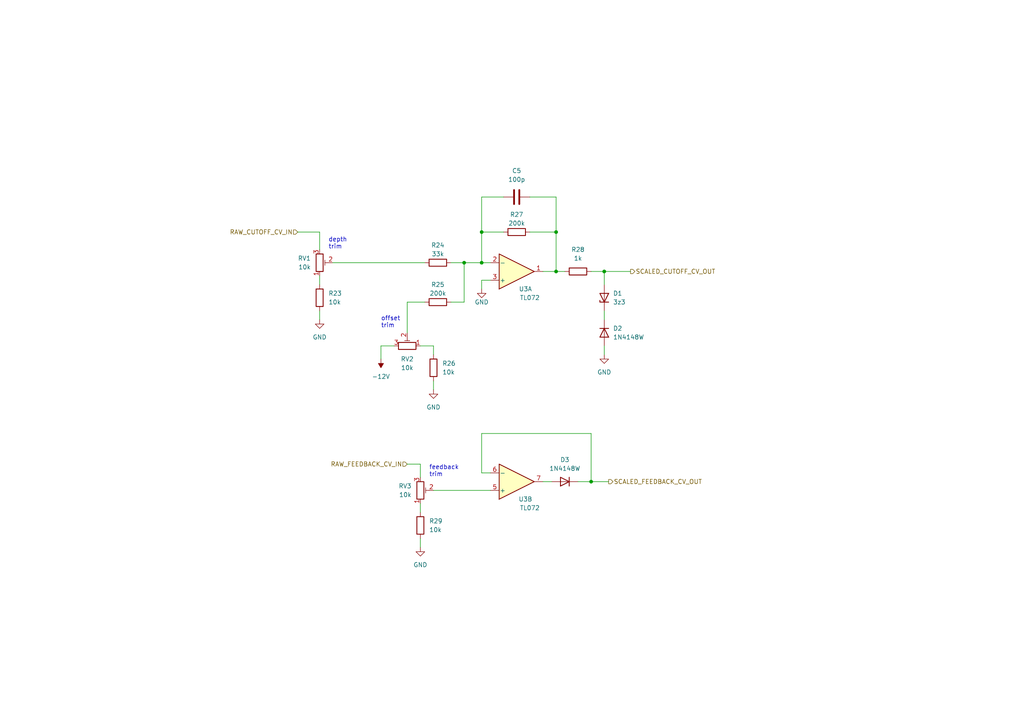
<source format=kicad_sch>
(kicad_sch (version 20211123) (generator eeschema)
  (paper "A4")
  (title_block (title "SSI2140 LPF") (date "2022-05-28") (rev "0") (comment 1 "creativecommons.org/licenses/by/4.0/") (comment 2 "License: CC by 4.0") (comment 3 "Author: Jordan Aceto"))
  (lib_symbols
    (symbol "Amplifier_Operational:TL072" (pin_names (offset 0.127))
      (property "Reference" "U" (at 0 5.08 0))
      (property "Value" "TL072" (at 0 -5.08 0))
      (symbol "TL072_1_1"
        (polyline (pts (xy -5.08 5.08) (xy 5.08 0) (xy -5.08 -5.08) (xy -5.08 5.08)) (stroke (width 0.254)) (fill (type background)))
        (pin output line (at 7.62 0 180) (length 2.54) (name "~") (number "1"))
        (pin input line (at -7.62 -2.54 0) (length 2.54) (name "-") (number "2"))
        (pin input line (at -7.62 2.54 0) (length 2.54) (name "+") (number "3"))
      )
      (symbol "TL072_2_1"
        (polyline (pts (xy -5.08 5.08) (xy 5.08 0) (xy -5.08 -5.08) (xy -5.08 5.08)) (stroke (width 0.254)) (fill (type background)))
        (pin input line (at -7.62 2.54 0) (length 2.54) (name "+") (number "5"))
        (pin input line (at -7.62 -2.54 0) (length 2.54) (name "-") (number "6"))
        (pin output line (at 7.62 0 180) (length 2.54) (name "~") (number "7"))
      )
      (symbol "TL072_3_1"
        (pin power_in line (at -2.54 -7.62 90) (length 3.81) (name "V-") (number "4"))
        (pin power_in line (at -2.54 7.62 270) (length 3.81) (name "V+") (number "8"))
      )
    )
    (symbol "Device:C" (pin_numbers hide) (pin_names (offset 0.254))
      (property "Reference" "C" (at 0.635 2.54 0))
      (property "Value" "C" (at 0.635 -2.54 0))
      (symbol "C_0_1"
        (polyline (pts (xy -2.032 -0.762) (xy 2.032 -0.762)) (stroke (width 0.508)))
        (polyline (pts (xy -2.032 0.762) (xy 2.032 0.762)) (stroke (width 0.508)))
      )
      (symbol "C_1_1"
        (pin passive line (at 0 3.81 270) (length 2.794) (name "~") (number "1"))
        (pin passive line (at 0 -3.81 90) (length 2.794) (name "~") (number "2"))
      )
    )
    (symbol "Device:D_Zener" (pin_numbers hide) (pin_names (offset 1.016) hide)
      (property "Reference" "D" (at 0 2.54 0))
      (property "Value" "D_Zener" (at 0 -2.54 0))
      (symbol "D_Zener_0_1"
        (polyline (pts (xy 1.27 0) (xy -1.27 0)))
        (polyline (pts (xy -1.27 -1.27) (xy -1.27 1.27) (xy -0.762 1.27)) (stroke (width 0.254)))
        (polyline (pts (xy 1.27 -1.27) (xy 1.27 1.27) (xy -1.27 0) (xy 1.27 -1.27)) (stroke (width 0.254)))
      )
      (symbol "D_Zener_1_1"
        (pin passive line (at -3.81 0 0) (length 2.54) (name "K") (number "1"))
        (pin passive line (at 3.81 0 180) (length 2.54) (name "A") (number "2"))
      )
    )
    (symbol "Device:R" (pin_numbers hide) (pin_names (offset 0))
      (property "Reference" "R" (at 2.032 0 90))
      (property "Value" "R" (at 0 0 90))
      (symbol "R_0_1"
        (rectangle (start -1.016 -2.54) (end 1.016 2.54) (stroke (width 0.254)))
      )
      (symbol "R_1_1"
        (pin passive line (at 0 3.81 270) (length 1.27) (name "~") (number "1"))
        (pin passive line (at 0 -3.81 90) (length 1.27) (name "~") (number "2"))
      )
    )
    (symbol "Device:R_Potentiometer_Trim" (pin_names (offset 1.016) hide)
      (property "Reference" "RV" (at -4.445 0 90))
      (property "Value" "R_Potentiometer_Trim" (at -2.54 0 90))
      (symbol "R_Potentiometer_Trim_0_1"
        (polyline (pts (xy 1.524 0.762) (xy 1.524 -0.762)))
        (polyline (pts (xy 2.54 0) (xy 1.524 0)))
        (rectangle (start 1.016 2.54) (end -1.016 -2.54) (stroke (width 0.254)))
      )
      (symbol "R_Potentiometer_Trim_1_1"
        (pin passive line (at 0 3.81 270) (length 1.27) (name "1") (number "1"))
        (pin passive line (at 3.81 0 180) (length 1.27) (name "2") (number "2"))
        (pin passive line (at 0 -3.81 90) (length 1.27) (name "3") (number "3"))
      )
    )
    (symbol "Diode:1N4148W" (pin_numbers hide) (pin_names (offset 1.016) hide)
      (property "Reference" "D" (at 0 2.54 0))
      (property "Value" "1N4148W" (at 0 -2.54 0))
      (symbol "1N4148W_0_1"
        (polyline (pts (xy -1.27 1.27) (xy -1.27 -1.27)) (stroke (width 0.254)))
        (polyline (pts (xy 1.27 0) (xy -1.27 0)))
        (polyline (pts (xy 1.27 1.27) (xy 1.27 -1.27) (xy -1.27 0) (xy 1.27 1.27)) (stroke (width 0.254)))
      )
      (symbol "1N4148W_1_1"
        (pin passive line (at -3.81 0 0) (length 2.54) (name "K") (number "1"))
        (pin passive line (at 3.81 0 180) (length 2.54) (name "A") (number "2"))
      )
    )
    (symbol "power:-12V" (power) (pin_names (offset 0))
      (property "Value" "-12V" (at 0 3.81 0))
      (symbol "-12V_0_0"
        (pin power_in line (at 0 0 90) (length 0) hide (name "-12V") (number "1"))
      )
      (symbol "-12V_0_1"
        (polyline (pts (xy 0 0) (xy 0 1.27) (xy 0.762 1.27) (xy 0 2.54) (xy -0.762 1.27) (xy 0 1.27)) (fill (type outline)))
      )
    )
    (symbol "power:GND" (power) (pin_names (offset 0))
      (property "Value" "GND" (at 0 -3.81 0))
      (symbol "GND_0_1"
        (polyline (pts (xy 0 0) (xy 0 -1.27) (xy 1.27 -1.27) (xy 0 -2.54) (xy -1.27 -1.27) (xy 0 -1.27)))
      )
      (symbol "GND_1_1"
        (pin power_in line (at 0 0 270) (length 0) hide (name "GND") (number "1"))
      )
    )
  )
  (junction (at 161.29 78.74))
  (junction (at 139.7 67.31))
  (junction (at 175.26 78.74))
  (junction (at 134.62 76.2))
  (junction (at 161.29 67.31))
  (junction (at 171.45 139.7))
  (junction (at 139.7 76.2))
  (wire (pts (xy 130.81 76.2) (xy 134.62 76.2)))
  (wire (pts (xy 125.73 100.33) (xy 125.73 102.87)))
  (wire (pts (xy 139.7 76.2) (xy 142.24 76.2)))
  (wire (pts (xy 121.92 146.05) (xy 121.92 148.59)))
  (wire (pts (xy 139.7 67.31) (xy 139.7 76.2)))
  (wire (pts (xy 157.48 139.7) (xy 160.02 139.7)))
  (wire (pts (xy 92.71 80.01) (xy 92.71 82.55)))
  (wire (pts (xy 125.73 142.24) (xy 142.24 142.24)))
  (wire (pts (xy 161.29 67.31) (xy 161.29 57.15)))
  (wire (pts (xy 134.62 87.63) (xy 134.62 76.2)))
  (wire (pts (xy 161.29 67.31) (xy 161.29 78.74)))
  (wire (pts (xy 171.45 139.7) (xy 171.45 125.73)))
  (wire (pts (xy 121.92 134.62) (xy 121.92 138.43)))
  (wire (pts (xy 130.81 87.63) (xy 134.62 87.63)))
  (wire (pts (xy 139.7 81.28) (xy 139.7 83.82)))
  (wire (pts (xy 175.26 100.33) (xy 175.26 102.87)))
  (wire (pts (xy 96.52 76.2) (xy 123.19 76.2)))
  (wire (pts (xy 161.29 78.74) (xy 163.83 78.74)))
  (wire (pts (xy 161.29 67.31) (xy 153.67 67.31)))
  (wire (pts (xy 175.26 78.74) (xy 182.88 78.74)))
  (wire (pts (xy 161.29 57.15) (xy 153.67 57.15)))
  (wire (pts (xy 121.92 156.21) (xy 121.92 158.75)))
  (wire (pts (xy 92.71 72.39) (xy 92.71 67.31)))
  (wire (pts (xy 146.05 67.31) (xy 139.7 67.31)))
  (wire (pts (xy 167.64 139.7) (xy 171.45 139.7)))
  (wire (pts (xy 139.7 81.28) (xy 142.24 81.28)))
  (wire (pts (xy 171.45 78.74) (xy 175.26 78.74)))
  (wire (pts (xy 118.11 87.63) (xy 123.19 87.63)))
  (wire (pts (xy 118.11 96.52) (xy 118.11 87.63)))
  (wire (pts (xy 175.26 78.74) (xy 175.26 82.55)))
  (wire (pts (xy 146.05 57.15) (xy 139.7 57.15)))
  (wire (pts (xy 92.71 67.31) (xy 86.36 67.31)))
  (wire (pts (xy 125.73 100.33) (xy 121.92 100.33)))
  (wire (pts (xy 125.73 110.49) (xy 125.73 113.03)))
  (wire (pts (xy 110.49 104.14) (xy 110.49 100.33)))
  (wire (pts (xy 134.62 76.2) (xy 139.7 76.2)))
  (wire (pts (xy 139.7 125.73) (xy 139.7 137.16)))
  (wire (pts (xy 139.7 57.15) (xy 139.7 67.31)))
  (wire (pts (xy 118.11 134.62) (xy 121.92 134.62)))
  (wire (pts (xy 139.7 137.16) (xy 142.24 137.16)))
  (wire (pts (xy 171.45 139.7) (xy 176.53 139.7)))
  (wire (pts (xy 175.26 90.17) (xy 175.26 92.71)))
  (wire (pts (xy 92.71 90.17) (xy 92.71 92.71)))
  (wire (pts (xy 157.48 78.74) (xy 161.29 78.74)))
  (wire (pts (xy 171.45 125.73) (xy 139.7 125.73)))
  (wire (pts (xy 110.49 100.33) (xy 114.3 100.33)))
  (text "offset\ntrim" (at 110.49 95.25 0) (effects (font (size 1.27 1.27)) (justify left bottom)))
  (text "depth\ntrim" (at 95.25 72.39 0) (effects (font (size 1.27 1.27)) (justify left bottom)))
  (text "feedback\ntrim" (at 124.46 138.43 0) (effects (font (size 1.27 1.27)) (justify left bottom)))
  (hierarchical_label "SCALED_FEEDBACK_CV_OUT" (shape output) (at 176.53 139.7 0))
  (hierarchical_label "RAW_FEEDBACK_CV_IN" (shape input) (at 118.11 134.62 180))
  (hierarchical_label "SCALED_CUTOFF_CV_OUT" (shape output) (at 182.88 78.74 0))
  (hierarchical_label "RAW_CUTOFF_CV_IN" (shape input) (at 86.36 67.31 180))
  (symbol (lib_id "Device:D_Zener") (at 175.26 86.36 90) (unit 1)
    (property "Reference" "D1" (at 177.8 85.0899 90) (effects (justify right)))
    (property "Value" "3z3" (at 177.8 87.6299 90) (effects (justify right)))
    (property "Footprint" "Diode_SMD:D_SOD-123" (effects hide))
  )
  (symbol (lib_id "Device:R") (at 121.92 152.4 0) (unit 1)
    (property "Reference" "R29" (at 124.46 151.1299 0) (effects (justify left)))
    (property "Value" "10k" (at 124.46 153.6699 0) (effects (justify left)))
    (property "Footprint" "Resistor_SMD:R_0805_2012Metric" (effects hide))
  )
  (symbol (lib_id "Device:R_Potentiometer_Trim") (at 118.11 100.33 270) (mirror x) (unit 1)
    (property "Reference" "RV2" (at 118.11 104.14 90))
    (property "Value" "10k" (at 118.11 106.68 90))
    (property "Footprint" "Potentiometer_THT:Potentiometer_Bourns_3296W_Vertical" (effects hide))
  )
  (symbol (lib_id "Diode:1N4148W") (at 163.83 139.7 180) (unit 1)
    (property "Reference" "D3" (at 163.83 133.35 0))
    (property "Value" "1N4148W" (at 163.83 135.89 0))
    (property "Footprint" "Diode_SMD:D_SOD-123" (effects hide))
    (property "Datasheet" "https://www.vishay.com/docs/85748/1n4148w.pdf" (effects hide))
  )
  (symbol (lib_id "Device:R") (at 127 76.2 90) (unit 1)
    (property "Reference" "R24" (at 127 71.12 90))
    (property "Value" "33k" (at 127 73.66 90))
    (property "Footprint" "Resistor_SMD:R_0805_2012Metric" (effects hide))
  )
  (symbol (lib_id "Diode:1N4148W") (at 175.26 96.52 270) (unit 1)
    (property "Reference" "D2" (at 177.8 95.2499 90) (effects (justify left)))
    (property "Value" "1N4148W" (at 177.8 97.7899 90) (effects (justify left)))
    (property "Footprint" "Diode_SMD:D_SOD-123" (effects hide))
    (property "Datasheet" "https://www.vishay.com/docs/85748/1n4148w.pdf" (effects hide))
  )
  (symbol (lib_id "Device:R_Potentiometer_Trim") (at 92.71 76.2 0) (mirror x) (unit 1)
    (property "Reference" "RV1" (at 90.17 74.9299 0) (effects (justify right)))
    (property "Value" "10k" (at 90.17 77.4699 0) (effects (justify right)))
    (property "Footprint" "Potentiometer_THT:Potentiometer_Bourns_3296W_Vertical" (effects hide))
  )
  (symbol (lib_id "Amplifier_Operational:TL072") (at 149.86 139.7 0) (mirror x) (unit 2)
    (property "Reference" "U3" (at 152.4 144.78 0))
    (property "Value" "TL072" (at 153.67 147.32 0))
    (property "Footprint" "Package_SO:SOIC-8_3.9x4.9mm_P1.27mm" (effects hide))
    (property "Datasheet" "http://www.ti.com/lit/ds/symlink/tl071.pdf" (effects hide))
  )
  (symbol (lib_id "Device:R") (at 92.71 86.36 0) (unit 1)
    (property "Reference" "R23" (at 95.25 85.0899 0) (effects (justify left)))
    (property "Value" "10k" (at 95.25 87.6299 0) (effects (justify left)))
    (property "Footprint" "Resistor_SMD:R_0805_2012Metric" (effects hide))
  )
  (symbol (lib_id "Device:R") (at 149.86 67.31 90) (unit 1)
    (property "Reference" "R27" (at 149.86 62.23 90))
    (property "Value" "200k" (at 149.86 64.77 90))
    (property "Footprint" "Resistor_SMD:R_0805_2012Metric" (effects hide))
  )
  (symbol (lib_id "Device:R_Potentiometer_Trim") (at 121.92 142.24 0) (mirror x) (unit 1)
    (property "Reference" "RV3" (at 119.38 140.9699 0) (effects (justify right)))
    (property "Value" "10k" (at 119.38 143.5099 0) (effects (justify right)))
    (property "Footprint" "Potentiometer_THT:Potentiometer_Bourns_3296W_Vertical" (effects hide))
  )
  (symbol (lib_id "Device:R") (at 127 87.63 90) (unit 1)
    (property "Reference" "R25" (at 127 82.55 90))
    (property "Value" "200k" (at 127 85.09 90))
    (property "Footprint" "Resistor_SMD:R_0805_2012Metric" (effects hide))
  )
  (symbol (lib_id "power:GND") (at 121.92 158.75 0) (unit 1)
    (property "Reference" "#PWR023" (effects hide))
    (property "Value" "GND" (at 121.92 163.83 0))
  )
  (symbol (lib_id "power:GND") (at 139.7 83.82 0) (unit 1)
    (property "Reference" "#PWR018" (effects hide))
    (property "Value" "GND" (at 139.7 87.63 0))
  )
  (symbol (lib_id "power:GND") (at 92.71 92.71 0) (unit 1)
    (property "Reference" "#PWR019" (effects hide))
    (property "Value" "GND" (at 92.71 97.79 0))
  )
  (symbol (lib_id "power:-12V") (at 110.49 104.14 180) (unit 1)
    (property "Reference" "#PWR021" (effects hide))
    (property "Value" "-12V" (at 110.49 109.22 0))
  )
  (symbol (lib_id "Device:R") (at 167.64 78.74 90) (unit 1)
    (property "Reference" "R28" (at 167.64 72.39 90))
    (property "Value" "1k" (at 167.64 74.93 90))
    (property "Footprint" "Resistor_SMD:R_0805_2012Metric" (effects hide))
  )
  (symbol (lib_id "Device:R") (at 125.73 106.68 0) (unit 1)
    (property "Reference" "R26" (at 128.27 105.4099 0) (effects (justify left)))
    (property "Value" "10k" (at 128.27 107.9499 0) (effects (justify left)))
    (property "Footprint" "Resistor_SMD:R_0805_2012Metric" (effects hide))
  )
  (symbol (lib_id "Device:C") (at 149.86 57.15 90) (unit 1)
    (property "Reference" "C5" (at 149.86 49.53 90))
    (property "Value" "100p" (at 149.86 52.07 90))
    (property "Footprint" "Capacitor_SMD:C_0805_2012Metric" (effects hide))
  )
  (symbol (lib_id "power:GND") (at 125.73 113.03 0) (unit 1)
    (property "Reference" "#PWR022" (effects hide))
    (property "Value" "GND" (at 125.73 118.11 0))
  )
  (symbol (lib_id "Amplifier_Operational:TL072") (at 149.86 78.74 0) (mirror x) (unit 1)
    (property "Reference" "U3" (at 152.4 83.82 0))
    (property "Value" "TL072" (at 153.67 86.36 0))
    (property "Footprint" "Package_SO:SOIC-8_3.9x4.9mm_P1.27mm" (effects hide))
    (property "Datasheet" "http://www.ti.com/lit/ds/symlink/tl071.pdf" (effects hide))
  )
  (symbol (lib_id "power:GND") (at 175.26 102.87 0) (unit 1)
    (property "Reference" "#PWR020" (effects hide))
    (property "Value" "GND" (at 175.26 107.95 0))
  )
)
</source>
